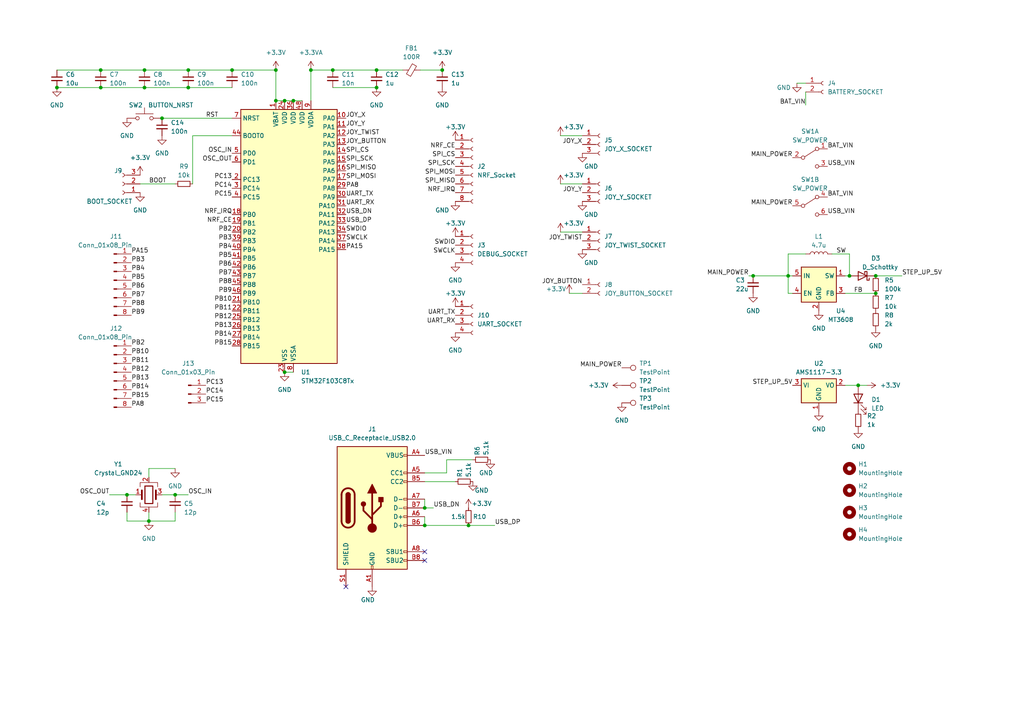
<source format=kicad_sch>
(kicad_sch (version 20230121) (generator eeschema)
  (paper "A4")
  (lib_symbols
    (symbol "Connector:Conn_01x02_Socket" (pin_names (offset 1.016) hide)
      (property "Reference" "J" (at 0 2.54 0))
      (property "Value" "Conn_01x02_Socket" (at 0 -5.08 0))
      (symbol "Conn_01x02_Socket_1_1"
        (arc (start 0 -2.032) (mid -0.5058 -2.54) (end 0 -3.048) (stroke (width 0.1524)))
        (polyline (pts (xy -1.27 -2.54) (xy -0.508 -2.54)) (stroke (width 0.1524)))
        (polyline (pts (xy -1.27 0) (xy -0.508 0)) (stroke (width 0.1524)))
        (arc (start 0 0.508) (mid -0.5058 0) (end 0 -0.508) (stroke (width 0.1524)))
        (pin passive line (at -5.08 0 0) (length 3.81) (name "Pin_1") (number "1"))
        (pin passive line (at -5.08 -2.54 0) (length 3.81) (name "Pin_2") (number "2"))
      )
    )
    (symbol "Connector:Conn_01x03_Pin" (pin_names (offset 1.016) hide)
      (property "Reference" "J" (at 0 5.08 0))
      (property "Value" "Conn_01x03_Pin" (at 0 -5.08 0))
      (symbol "Conn_01x03_Pin_1_1"
        (polyline (pts (xy 1.27 -2.54) (xy 0.8636 -2.54)) (stroke (width 0.1524)))
        (polyline (pts (xy 1.27 0) (xy 0.8636 0)) (stroke (width 0.1524)))
        (polyline (pts (xy 1.27 2.54) (xy 0.8636 2.54)) (stroke (width 0.1524)))
        (rectangle (start 0.8636 -2.413) (end 0 -2.667) (stroke (width 0.1524)) (fill (type outline)))
        (rectangle (start 0.8636 0.127) (end 0 -0.127) (stroke (width 0.1524)) (fill (type outline)))
        (rectangle (start 0.8636 2.667) (end 0 2.413) (stroke (width 0.1524)) (fill (type outline)))
        (pin passive line (at 5.08 2.54 180) (length 3.81) (name "Pin_1") (number "1"))
        (pin passive line (at 5.08 0 180) (length 3.81) (name "Pin_2") (number "2"))
        (pin passive line (at 5.08 -2.54 180) (length 3.81) (name "Pin_3") (number "3"))
      )
    )
    (symbol "Connector:Conn_01x03_Socket" (pin_names (offset 1.016) hide)
      (property "Reference" "J" (at 0 5.08 0))
      (property "Value" "Conn_01x03_Socket" (at 0 -5.08 0))
      (symbol "Conn_01x03_Socket_1_1"
        (arc (start 0 -2.032) (mid -0.5058 -2.54) (end 0 -3.048) (stroke (width 0.1524)))
        (polyline (pts (xy -1.27 -2.54) (xy -0.508 -2.54)) (stroke (width 0.1524)))
        (polyline (pts (xy -1.27 0) (xy -0.508 0)) (stroke (width 0.1524)))
        (polyline (pts (xy -1.27 2.54) (xy -0.508 2.54)) (stroke (width 0.1524)))
        (arc (start 0 0.508) (mid -0.5058 0) (end 0 -0.508) (stroke (width 0.1524)))
        (arc (start 0 3.048) (mid -0.5058 2.54) (end 0 2.032) (stroke (width 0.1524)))
        (pin passive line (at -5.08 2.54 0) (length 3.81) (name "Pin_1") (number "1"))
        (pin passive line (at -5.08 0 0) (length 3.81) (name "Pin_2") (number "2"))
        (pin passive line (at -5.08 -2.54 0) (length 3.81) (name "Pin_3") (number "3"))
      )
    )
    (symbol "Connector:Conn_01x04_Socket" (pin_names (offset 1.016) hide)
      (property "Reference" "J" (at 0 5.08 0))
      (property "Value" "Conn_01x04_Socket" (at 0 -7.62 0))
      (symbol "Conn_01x04_Socket_1_1"
        (arc (start 0 -4.572) (mid -0.5058 -5.08) (end 0 -5.588) (stroke (width 0.1524)))
        (arc (start 0 -2.032) (mid -0.5058 -2.54) (end 0 -3.048) (stroke (width 0.1524)))
        (polyline (pts (xy -1.27 -5.08) (xy -0.508 -5.08)) (stroke (width 0.1524)))
        (polyline (pts (xy -1.27 -2.54) (xy -0.508 -2.54)) (stroke (width 0.1524)))
        (polyline (pts (xy -1.27 0) (xy -0.508 0)) (stroke (width 0.1524)))
        (polyline (pts (xy -1.27 2.54) (xy -0.508 2.54)) (stroke (width 0.1524)))
        (arc (start 0 0.508) (mid -0.5058 0) (end 0 -0.508) (stroke (width 0.1524)))
        (arc (start 0 3.048) (mid -0.5058 2.54) (end 0 2.032) (stroke (width 0.1524)))
        (pin passive line (at -5.08 2.54 0) (length 3.81) (name "Pin_1") (number "1"))
        (pin passive line (at -5.08 0 0) (length 3.81) (name "Pin_2") (number "2"))
        (pin passive line (at -5.08 -2.54 0) (length 3.81) (name "Pin_3") (number "3"))
        (pin passive line (at -5.08 -5.08 0) (length 3.81) (name "Pin_4") (number "4"))
      )
    )
    (symbol "Connector:Conn_01x08_Pin" (pin_names (offset 1.016) hide)
      (property "Reference" "J" (at 0 10.16 0))
      (property "Value" "Conn_01x08_Pin" (at 0 -12.7 0))
      (symbol "Conn_01x08_Pin_1_1"
        (polyline (pts (xy 1.27 -10.16) (xy 0.8636 -10.16)) (stroke (width 0.1524)))
        (polyline (pts (xy 1.27 -7.62) (xy 0.8636 -7.62)) (stroke (width 0.1524)))
        (polyline (pts (xy 1.27 -5.08) (xy 0.8636 -5.08)) (stroke (width 0.1524)))
        (polyline (pts (xy 1.27 -2.54) (xy 0.8636 -2.54)) (stroke (width 0.1524)))
        (polyline (pts (xy 1.27 0) (xy 0.8636 0)) (stroke (width 0.1524)))
        (polyline (pts (xy 1.27 2.54) (xy 0.8636 2.54)) (stroke (width 0.1524)))
        (polyline (pts (xy 1.27 5.08) (xy 0.8636 5.08)) (stroke (width 0.1524)))
        (polyline (pts (xy 1.27 7.62) (xy 0.8636 7.62)) (stroke (width 0.1524)))
        (rectangle (start 0.8636 -10.033) (end 0 -10.287) (stroke (width 0.1524)) (fill (type outline)))
        (rectangle (start 0.8636 -7.493) (end 0 -7.747) (stroke (width 0.1524)) (fill (type outline)))
        (rectangle (start 0.8636 -4.953) (end 0 -5.207) (stroke (width 0.1524)) (fill (type outline)))
        (rectangle (start 0.8636 -2.413) (end 0 -2.667) (stroke (width 0.1524)) (fill (type outline)))
        (rectangle (start 0.8636 0.127) (end 0 -0.127) (stroke (width 0.1524)) (fill (type outline)))
        (rectangle (start 0.8636 2.667) (end 0 2.413) (stroke (width 0.1524)) (fill (type outline)))
        (rectangle (start 0.8636 5.207) (end 0 4.953) (stroke (width 0.1524)) (fill (type outline)))
        (rectangle (start 0.8636 7.747) (end 0 7.493) (stroke (width 0.1524)) (fill (type outline)))
        (pin passive line (at 5.08 7.62 180) (length 3.81) (name "Pin_1") (number "1"))
        (pin passive line (at 5.08 5.08 180) (length 3.81) (name "Pin_2") (number "2"))
        (pin passive line (at 5.08 2.54 180) (length 3.81) (name "Pin_3") (number "3"))
        (pin passive line (at 5.08 0 180) (length 3.81) (name "Pin_4") (number "4"))
        (pin passive line (at 5.08 -2.54 180) (length 3.81) (name "Pin_5") (number "5"))
        (pin passive line (at 5.08 -5.08 180) (length 3.81) (name "Pin_6") (number "6"))
        (pin passive line (at 5.08 -7.62 180) (length 3.81) (name "Pin_7") (number "7"))
        (pin passive line (at 5.08 -10.16 180) (length 3.81) (name "Pin_8") (number "8"))
      )
    )
    (symbol "Connector:Conn_01x08_Socket" (pin_names (offset 1.016) hide)
      (property "Reference" "J" (at 0 10.16 0))
      (property "Value" "Conn_01x08_Socket" (at 0 -12.7 0))
      (symbol "Conn_01x08_Socket_1_1"
        (arc (start 0 -9.652) (mid -0.5058 -10.16) (end 0 -10.668) (stroke (width 0.1524)))
        (arc (start 0 -7.112) (mid -0.5058 -7.62) (end 0 -8.128) (stroke (width 0.1524)))
        (arc (start 0 -4.572) (mid -0.5058 -5.08) (end 0 -5.588) (stroke (width 0.1524)))
        (arc (start 0 -2.032) (mid -0.5058 -2.54) (end 0 -3.048) (stroke (width 0.1524)))
        (polyline (pts (xy -1.27 -10.16) (xy -0.508 -10.16)) (stroke (width 0.1524)))
        (polyline (pts (xy -1.27 -7.62) (xy -0.508 -7.62)) (stroke (width 0.1524)))
        (polyline (pts (xy -1.27 -5.08) (xy -0.508 -5.08)) (stroke (width 0.1524)))
        (polyline (pts (xy -1.27 -2.54) (xy -0.508 -2.54)) (stroke (width 0.1524)))
        (polyline (pts (xy -1.27 0) (xy -0.508 0)) (stroke (width 0.1524)))
        (polyline (pts (xy -1.27 2.54) (xy -0.508 2.54)) (stroke (width 0.1524)))
        (polyline (pts (xy -1.27 5.08) (xy -0.508 5.08)) (stroke (width 0.1524)))
        (polyline (pts (xy -1.27 7.62) (xy -0.508 7.62)) (stroke (width 0.1524)))
        (arc (start 0 0.508) (mid -0.5058 0) (end 0 -0.508) (stroke (width 0.1524)))
        (arc (start 0 3.048) (mid -0.5058 2.54) (end 0 2.032) (stroke (width 0.1524)))
        (arc (start 0 5.588) (mid -0.5058 5.08) (end 0 4.572) (stroke (width 0.1524)))
        (arc (start 0 8.128) (mid -0.5058 7.62) (end 0 7.112) (stroke (width 0.1524)))
        (pin passive line (at -5.08 7.62 0) (length 3.81) (name "Pin_1") (number "1"))
        (pin passive line (at -5.08 5.08 0) (length 3.81) (name "Pin_2") (number "2"))
        (pin passive line (at -5.08 2.54 0) (length 3.81) (name "Pin_3") (number "3"))
        (pin passive line (at -5.08 0 0) (length 3.81) (name "Pin_4") (number "4"))
        (pin passive line (at -5.08 -2.54 0) (length 3.81) (name "Pin_5") (number "5"))
        (pin passive line (at -5.08 -5.08 0) (length 3.81) (name "Pin_6") (number "6"))
        (pin passive line (at -5.08 -7.62 0) (length 3.81) (name "Pin_7") (number "7"))
        (pin passive line (at -5.08 -10.16 0) (length 3.81) (name "Pin_8") (number "8"))
      )
    )
    (symbol "Connector:TestPoint" (pin_numbers hide) (pin_names (offset 0.762) hide)
      (property "Reference" "TP" (at 0 6.858 0))
      (property "Value" "TestPoint" (at 0 5.08 0))
      (symbol "TestPoint_0_1"
        (circle (center 0 3.302) (radius 0.762))
      )
      (symbol "TestPoint_1_1"
        (pin passive line (at 0 0 90) (length 2.54) (name "1") (number "1"))
      )
    )
    (symbol "Connector:USB_C_Receptacle_USB2.0" (pin_names (offset 1.016))
      (property "Reference" "J" (at -10.16 19.05 0))
      (property "Value" "USB_C_Receptacle_USB2.0" (at 19.05 19.05 0))
      (symbol "USB_C_Receptacle_USB2.0_0_0"
        (rectangle (start -0.254 -17.78) (end 0.254 -16.764))
        (rectangle (start 10.16 -14.986) (end 9.144 -15.494))
        (rectangle (start 10.16 -12.446) (end 9.144 -12.954))
        (rectangle (start 10.16 -4.826) (end 9.144 -5.334))
        (rectangle (start 10.16 -2.286) (end 9.144 -2.794))
        (rectangle (start 10.16 0.254) (end 9.144 -0.254))
        (rectangle (start 10.16 2.794) (end 9.144 2.286))
        (rectangle (start 10.16 7.874) (end 9.144 7.366))
        (rectangle (start 10.16 10.414) (end 9.144 9.906))
        (rectangle (start 10.16 15.494) (end 9.144 14.986))
      )
      (symbol "USB_C_Receptacle_USB2.0_0_1"
        (rectangle (start -10.16 17.78) (end 10.16 -17.78) (stroke (width 0.254)) (fill (type background)))
        (arc (start -8.89 -3.81) (mid -6.985 -5.7067) (end -5.08 -3.81) (stroke (width 0.508)))
        (arc (start -7.62 -3.81) (mid -6.985 -4.4423) (end -6.35 -3.81) (stroke (width 0.254)))
        (arc (start -7.62 -3.81) (mid -6.985 -4.4423) (end -6.35 -3.81) (stroke (width 0.254)) (fill (type outline)))
        (rectangle (start -7.62 -3.81) (end -6.35 3.81) (stroke (width 0.254)) (fill (type outline)))
        (arc (start -6.35 3.81) (mid -6.985 4.4423) (end -7.62 3.81) (stroke (width 0.254)))
        (arc (start -6.35 3.81) (mid -6.985 4.4423) (end -7.62 3.81) (stroke (width 0.254)) (fill (type outline)))
        (arc (start -5.08 3.81) (mid -6.985 5.7067) (end -8.89 3.81) (stroke (width 0.508)))
        (circle (center -2.54 1.143) (radius 0.635) (stroke (width 0.254)) (fill (type outline)))
        (circle (center 0 -5.842) (radius 1.27) (fill (type outline)))
        (polyline (pts (xy -8.89 -3.81) (xy -8.89 3.81)) (stroke (width 0.508)))
        (polyline (pts (xy -5.08 3.81) (xy -5.08 -3.81)) (stroke (width 0.508)))
        (polyline (pts (xy 0 -5.842) (xy 0 4.318)) (stroke (width 0.508)))
        (polyline (pts (xy 0 -3.302) (xy -2.54 -0.762) (xy -2.54 0.508)) (stroke (width 0.508)))
        (polyline (pts (xy 0 -2.032) (xy 2.54 0.508) (xy 2.54 1.778)) (stroke (width 0.508)))
        (polyline (pts (xy -1.27 4.318) (xy 0 6.858) (xy 1.27 4.318) (xy -1.27 4.318)) (stroke (width 0.254)) (fill (type outline)))
        (rectangle (start 1.905 1.778) (end 3.175 3.048) (stroke (width 0.254)) (fill (type outline)))
      )
      (symbol "USB_C_Receptacle_USB2.0_1_1"
        (pin passive line (at 0 -22.86 90) (length 5.08) (name "GND") (number "A1"))
        (pin passive line (at 0 -22.86 90) (length 5.08) hide (name "GND") (number "A12"))
        (pin passive line (at 15.24 15.24 180) (length 5.08) (name "VBUS") (number "A4"))
        (pin bidirectional line (at 15.24 10.16 180) (length 5.08) (name "CC1") (number "A5"))
        (pin bidirectional line (at 15.24 -2.54 180) (length 5.08) (name "D+") (number "A6"))
        (pin bidirectional line (at 15.24 2.54 180) (length 5.08) (name "D-") (number "A7"))
        (pin bidirectional line (at 15.24 -12.7 180) (length 5.08) (name "SBU1") (number "A8"))
        (pin passive line (at 15.24 15.24 180) (length 5.08) hide (name "VBUS") (number "A9"))
        (pin passive line (at 0 -22.86 90) (length 5.08) hide (name "GND") (number "B1"))
        (pin passive line (at 0 -22.86 90) (length 5.08) hide (name "GND") (number "B12"))
        (pin passive line (at 15.24 15.24 180) (length 5.08) hide (name "VBUS") (number "B4"))
        (pin bidirectional line (at 15.24 7.62 180) (length 5.08) (name "CC2") (number "B5"))
        (pin bidirectional line (at 15.24 -5.08 180) (length 5.08) (name "D+") (number "B6"))
        (pin bidirectional line (at 15.24 0 180) (length 5.08) (name "D-") (number "B7"))
        (pin bidirectional line (at 15.24 -15.24 180) (length 5.08) (name "SBU2") (number "B8"))
        (pin passive line (at 15.24 15.24 180) (length 5.08) hide (name "VBUS") (number "B9"))
        (pin passive line (at -7.62 -22.86 90) (length 5.08) (name "SHIELD") (number "S1"))
      )
    )
    (symbol "Device:C_Small" (pin_numbers hide) (pin_names (offset 0.254) hide)
      (property "Reference" "C" (at 0.254 1.778 0))
      (property "Value" "C_Small" (at 0.254 -2.032 0))
      (symbol "C_Small_0_1"
        (polyline (pts (xy -1.524 -0.508) (xy 1.524 -0.508)) (stroke (width 0.3302)))
        (polyline (pts (xy -1.524 0.508) (xy 1.524 0.508)) (stroke (width 0.3048)))
      )
      (symbol "C_Small_1_1"
        (pin passive line (at 0 2.54 270) (length 2.032) (name "~") (number "1"))
        (pin passive line (at 0 -2.54 90) (length 2.032) (name "~") (number "2"))
      )
    )
    (symbol "Device:Crystal_GND24" (pin_names (offset 1.016) hide)
      (property "Reference" "Y" (at 3.175 5.08 0))
      (property "Value" "Crystal_GND24" (at 3.175 3.175 0))
      (symbol "Crystal_GND24_0_1"
        (rectangle (start -1.143 2.54) (end 1.143 -2.54) (stroke (width 0.3048)))
        (polyline (pts (xy -2.54 0) (xy -2.032 0)))
        (polyline (pts (xy -2.032 -1.27) (xy -2.032 1.27)) (stroke (width 0.508)))
        (polyline (pts (xy 0 -3.81) (xy 0 -3.556)))
        (polyline (pts (xy 0 3.556) (xy 0 3.81)))
        (polyline (pts (xy 2.032 -1.27) (xy 2.032 1.27)) (stroke (width 0.508)))
        (polyline (pts (xy 2.032 0) (xy 2.54 0)))
        (polyline (pts (xy -2.54 -2.286) (xy -2.54 -3.556) (xy 2.54 -3.556) (xy 2.54 -2.286)))
        (polyline (pts (xy -2.54 2.286) (xy -2.54 3.556) (xy 2.54 3.556) (xy 2.54 2.286)))
      )
      (symbol "Crystal_GND24_1_1"
        (pin passive line (at -3.81 0 0) (length 1.27) (name "1") (number "1"))
        (pin passive line (at 0 5.08 270) (length 1.27) (name "2") (number "2"))
        (pin passive line (at 3.81 0 180) (length 1.27) (name "3") (number "3"))
        (pin passive line (at 0 -5.08 90) (length 1.27) (name "4") (number "4"))
      )
    )
    (symbol "Device:D_Schottky" (pin_numbers hide) (pin_names (offset 1.016) hide)
      (property "Reference" "D" (at 0 2.54 0))
      (property "Value" "D_Schottky" (at 0 -2.54 0))
      (symbol "D_Schottky_0_1"
        (polyline (pts (xy 1.27 0) (xy -1.27 0)))
        (polyline (pts (xy 1.27 1.27) (xy 1.27 -1.27) (xy -1.27 0) (xy 1.27 1.27)) (stroke (width 0.254)))
        (polyline (pts (xy -1.905 0.635) (xy -1.905 1.27) (xy -1.27 1.27) (xy -1.27 -1.27) (xy -0.635 -1.27) (xy -0.635 -0.635)) (stroke (width 0.254)))
      )
      (symbol "D_Schottky_1_1"
        (pin passive line (at -3.81 0 0) (length 2.54) (name "K") (number "1"))
        (pin passive line (at 3.81 0 180) (length 2.54) (name "A") (number "2"))
      )
    )
    (symbol "Device:FerriteBead_Small" (pin_numbers hide) (pin_names (offset 0))
      (property "Reference" "FB" (at 1.905 1.27 0))
      (property "Value" "FerriteBead_Small" (at 1.905 -1.27 0))
      (symbol "FerriteBead_Small_0_1"
        (polyline (pts (xy 0 -1.27) (xy 0 -0.7874)))
        (polyline (pts (xy 0 0.889) (xy 0 1.2954)))
        (polyline (pts (xy -1.8288 0.2794) (xy -1.1176 1.4986) (xy 1.8288 -0.2032) (xy 1.1176 -1.4224) (xy -1.8288 0.2794)))
      )
      (symbol "FerriteBead_Small_1_1"
        (pin passive line (at 0 2.54 270) (length 1.27) (name "~") (number "1"))
        (pin passive line (at 0 -2.54 90) (length 1.27) (name "~") (number "2"))
      )
    )
    (symbol "Device:L" (pin_numbers hide) (pin_names (offset 1.016) hide)
      (property "Reference" "L" (at -1.27 0 90))
      (property "Value" "L" (at 1.905 0 90))
      (symbol "L_0_1"
        (arc (start 0 -2.54) (mid 0.6323 -1.905) (end 0 -1.27))
        (arc (start 0 -1.27) (mid 0.6323 -0.635) (end 0 0))
        (arc (start 0 0) (mid 0.6323 0.635) (end 0 1.27))
        (arc (start 0 1.27) (mid 0.6323 1.905) (end 0 2.54))
      )
      (symbol "L_1_1"
        (pin passive line (at 0 3.81 270) (length 1.27) (name "1") (number "1"))
        (pin passive line (at 0 -3.81 90) (length 1.27) (name "2") (number "2"))
      )
    )
    (symbol "Device:LED" (pin_numbers hide) (pin_names (offset 1.016) hide)
      (property "Reference" "D" (at 0 2.54 0))
      (property "Value" "LED" (at 0 -2.54 0))
      (symbol "LED_0_1"
        (polyline (pts (xy -1.27 -1.27) (xy -1.27 1.27)) (stroke (width 0.254)))
        (polyline (pts (xy -1.27 0) (xy 1.27 0)))
        (polyline (pts (xy 1.27 -1.27) (xy 1.27 1.27) (xy -1.27 0) (xy 1.27 -1.27)) (stroke (width 0.254)))
        (polyline (pts (xy -3.048 -0.762) (xy -4.572 -2.286) (xy -3.81 -2.286) (xy -4.572 -2.286) (xy -4.572 -1.524)))
        (polyline (pts (xy -1.778 -0.762) (xy -3.302 -2.286) (xy -2.54 -2.286) (xy -3.302 -2.286) (xy -3.302 -1.524)))
      )
      (symbol "LED_1_1"
        (pin passive line (at -3.81 0 0) (length 2.54) (name "K") (number "1"))
        (pin passive line (at 3.81 0 180) (length 2.54) (name "A") (number "2"))
      )
    )
    (symbol "Device:R_Small" (pin_numbers hide) (pin_names (offset 0.254) hide)
      (property "Reference" "R" (at 0.762 0.508 0))
      (property "Value" "R_Small" (at 0.762 -1.016 0))
      (symbol "R_Small_0_1"
        (rectangle (start -0.762 1.778) (end 0.762 -1.778) (stroke (width 0.2032)))
      )
      (symbol "R_Small_1_1"
        (pin passive line (at 0 2.54 270) (length 0.762) (name "~") (number "1"))
        (pin passive line (at 0 -2.54 90) (length 0.762) (name "~") (number "2"))
      )
    )
    (symbol "MCU_ST_STM32F1:STM32F103C8Tx"
      (property "Reference" "U" (at -12.7 39.37 0))
      (property "Value" "STM32F103C8Tx" (at 10.16 39.37 0))
      (symbol "STM32F103C8Tx_0_1"
        (rectangle (start -12.7 -35.56) (end 15.24 38.1) (stroke (width 0.254)) (fill (type background)))
      )
      (symbol "STM32F103C8Tx_1_1"
        (pin power_in line (at -2.54 40.64 270) (length 2.54) (name "VBAT") (number "1"))
        (pin bidirectional line (at 17.78 35.56 180) (length 2.54) (name "PA0") (number "10"))
        (pin bidirectional line (at 17.78 33.02 180) (length 2.54) (name "PA1") (number "11"))
        (pin bidirectional line (at 17.78 30.48 180) (length 2.54) (name "PA2") (number "12"))
        (pin bidirectional line (at 17.78 27.94 180) (length 2.54) (name "PA3") (number "13"))
        (pin bidirectional line (at 17.78 25.4 180) (length 2.54) (name "PA4") (number "14"))
        (pin bidirectional line (at 17.78 22.86 180) (length 2.54) (name "PA5") (number "15"))
        (pin bidirectional line (at 17.78 20.32 180) (length 2.54) (name "PA6") (number "16"))
        (pin bidirectional line (at 17.78 17.78 180) (length 2.54) (name "PA7") (number "17"))
        (pin bidirectional line (at -15.24 7.62 0) (length 2.54) (name "PB0") (number "18"))
        (pin bidirectional line (at -15.24 5.08 0) (length 2.54) (name "PB1") (number "19"))
        (pin bidirectional line (at -15.24 17.78 0) (length 2.54) (name "PC13") (number "2"))
        (pin bidirectional line (at -15.24 2.54 0) (length 2.54) (name "PB2") (number "20"))
        (pin bidirectional line (at -15.24 -17.78 0) (length 2.54) (name "PB10") (number "21"))
        (pin bidirectional line (at -15.24 -20.32 0) (length 2.54) (name "PB11") (number "22"))
        (pin power_in line (at 0 -38.1 90) (length 2.54) (name "VSS") (number "23"))
        (pin power_in line (at 0 40.64 270) (length 2.54) (name "VDD") (number "24"))
        (pin bidirectional line (at -15.24 -22.86 0) (length 2.54) (name "PB12") (number "25"))
        (pin bidirectional line (at -15.24 -25.4 0) (length 2.54) (name "PB13") (number "26"))
        (pin bidirectional line (at -15.24 -27.94 0) (length 2.54) (name "PB14") (number "27"))
        (pin bidirectional line (at -15.24 -30.48 0) (length 2.54) (name "PB15") (number "28"))
        (pin bidirectional line (at 17.78 15.24 180) (length 2.54) (name "PA8") (number "29"))
        (pin bidirectional line (at -15.24 15.24 0) (length 2.54) (name "PC14") (number "3"))
        (pin bidirectional line (at 17.78 12.7 180) (length 2.54) (name "PA9") (number "30"))
        (pin bidirectional line (at 17.78 10.16 180) (length 2.54) (name "PA10") (number "31"))
        (pin bidirectional line (at 17.78 7.62 180) (length 2.54) (name "PA11") (number "32"))
        (pin bidirectional line (at 17.78 5.08 180) (length 2.54) (name "PA12") (number "33"))
        (pin bidirectional line (at 17.78 2.54 180) (length 2.54) (name "PA13") (number "34"))
        (pin passive line (at 0 -38.1 90) (length 2.54) hide (name "VSS") (number "35"))
        (pin power_in line (at 2.54 40.64 270) (length 2.54) (name "VDD") (number "36"))
        (pin bidirectional line (at 17.78 0 180) (length 2.54) (name "PA14") (number "37"))
        (pin bidirectional line (at 17.78 -2.54 180) (length 2.54) (name "PA15") (number "38"))
        (pin bidirectional line (at -15.24 0 0) (length 2.54) (name "PB3") (number "39"))
        (pin bidirectional line (at -15.24 12.7 0) (length 2.54) (name "PC15") (number "4"))
        (pin bidirectional line (at -15.24 -2.54 0) (length 2.54) (name "PB4") (number "40"))
        (pin bidirectional line (at -15.24 -5.08 0) (length 2.54) (name "PB5") (number "41"))
        (pin bidirectional line (at -15.24 -7.62 0) (length 2.54) (name "PB6") (number "42"))
        (pin bidirectional line (at -15.24 -10.16 0) (length 2.54) (name "PB7") (number "43"))
        (pin input line (at -15.24 30.48 0) (length 2.54) (name "BOOT0") (number "44"))
        (pin bidirectional line (at -15.24 -12.7 0) (length 2.54) (name "PB8") (number "45"))
        (pin bidirectional line (at -15.24 -15.24 0) (length 2.54) (name "PB9") (number "46"))
        (pin passive line (at 0 -38.1 90) (length 2.54) hide (name "VSS") (number "47"))
        (pin power_in line (at 5.08 40.64 270) (length 2.54) (name "VDD") (number "48"))
        (pin bidirectional line (at -15.24 25.4 0) (length 2.54) (name "PD0") (number "5"))
        (pin bidirectional line (at -15.24 22.86 0) (length 2.54) (name "PD1") (number "6"))
        (pin input line (at -15.24 35.56 0) (length 2.54) (name "NRST") (number "7"))
        (pin power_in line (at 2.54 -38.1 90) (length 2.54) (name "VSSA") (number "8"))
        (pin power_in line (at 7.62 40.64 270) (length 2.54) (name "VDDA") (number "9"))
      )
    )
    (symbol "Mechanical:MountingHole" (pin_names (offset 1.016))
      (property "Reference" "H" (at 0 5.08 0))
      (property "Value" "MountingHole" (at 0 3.175 0))
      (symbol "MountingHole_0_1"
        (circle (center 0 0) (radius 1.27) (stroke (width 1.27)))
      )
    )
    (symbol "Regulator_Linear:AMS1117-3.3"
      (property "Reference" "U" (at -3.81 3.175 0))
      (property "Value" "AMS1117-3.3" (at 0 3.175 0))
      (symbol "AMS1117-3.3_0_1"
        (rectangle (start -5.08 -5.08) (end 5.08 1.905) (stroke (width 0.254)) (fill (type background)))
      )
      (symbol "AMS1117-3.3_1_1"
        (pin power_in line (at 0 -7.62 90) (length 2.54) (name "GND") (number "1"))
        (pin power_out line (at 7.62 0 180) (length 2.54) (name "VO") (number "2"))
        (pin power_in line (at -7.62 0 0) (length 2.54) (name "VI") (number "3"))
      )
    )
    (symbol "Regulator_Switching:MT3608"
      (property "Reference" "U" (at -2.54 8.89 0))
      (property "Value" "MT3608" (at -3.81 6.35 0))
      (symbol "MT3608_0_1"
        (rectangle (start -5.08 5.08) (end 5.08 -5.08) (stroke (width 0.254)) (fill (type background)))
      )
      (symbol "MT3608_1_1"
        (pin passive line (at 7.62 2.54 180) (length 2.54) (name "SW") (number "1"))
        (pin power_in line (at 0 -7.62 90) (length 2.54) (name "GND") (number "2"))
        (pin input line (at 7.62 -2.54 180) (length 2.54) (name "FB") (number "3"))
        (pin input line (at -7.62 -2.54 0) (length 2.54) (name "EN") (number "4"))
        (pin power_in line (at -7.62 2.54 0) (length 2.54) (name "IN") (number "5"))
        (pin no_connect line (at 5.08 0 180) (length 2.54) hide (name "NC") (number "6"))
      )
    )
    (symbol "Switch:SW_DPDT_x2" (pin_names (offset 0) hide)
      (property "Reference" "SW" (at 0 4.318 0))
      (property "Value" "SW_DPDT_x2" (at 0 -5.08 0))
      (symbol "SW_DPDT_x2_0_0"
        (circle (center -2.032 0) (radius 0.508))
        (circle (center 2.032 -2.54) (radius 0.508))
      )
      (symbol "SW_DPDT_x2_0_1"
        (polyline (pts (xy -1.524 0.254) (xy 1.651 2.286)))
        (circle (center 2.032 2.54) (radius 0.508))
      )
      (symbol "SW_DPDT_x2_1_1"
        (pin passive line (at 5.08 2.54 180) (length 2.54) (name "A") (number "1"))
        (pin passive line (at -5.08 0 0) (length 2.54) (name "B") (number "2"))
        (pin passive line (at 5.08 -2.54 180) (length 2.54) (name "C") (number "3"))
      )
      (symbol "SW_DPDT_x2_2_1"
        (pin passive line (at 5.08 2.54 180) (length 2.54) (name "A") (number "4"))
        (pin passive line (at -5.08 0 0) (length 2.54) (name "B") (number "5"))
        (pin passive line (at 5.08 -2.54 180) (length 2.54) (name "C") (number "6"))
      )
    )
    (symbol "Switch:SW_Push" (pin_numbers hide) (pin_names (offset 1.016) hide)
      (property "Reference" "SW" (at 1.27 2.54 0))
      (property "Value" "SW_Push" (at 0 -1.524 0))
      (symbol "SW_Push_0_1"
        (circle (center -2.032 0) (radius 0.508))
        (polyline (pts (xy 0 1.27) (xy 0 3.048)))
        (polyline (pts (xy 2.54 1.27) (xy -2.54 1.27)))
        (circle (center 2.032 0) (radius 0.508))
        (pin passive line (at -5.08 0 0) (length 2.54) (name "1") (number "1"))
        (pin passive line (at 5.08 0 180) (length 2.54) (name "2") (number "2"))
      )
    )
    (symbol "power:+3.3V" (power) (pin_names (offset 0))
      (property "Value" "+3.3V" (at 0 3.556 0))
      (symbol "+3.3V_0_1"
        (polyline (pts (xy -0.762 1.27) (xy 0 2.54)))
        (polyline (pts (xy 0 0) (xy 0 2.54)))
        (polyline (pts (xy 0 2.54) (xy 0.762 1.27)))
      )
      (symbol "+3.3V_1_1"
        (pin power_in line (at 0 0 90) (length 0) hide (name "+3.3V") (number "1"))
      )
    )
    (symbol "power:+3.3VA" (power) (pin_names (offset 0))
      (property "Value" "+3.3VA" (at 0 3.556 0))
      (symbol "+3.3VA_0_1"
        (polyline (pts (xy -0.762 1.27) (xy 0 2.54)))
        (polyline (pts (xy 0 0) (xy 0 2.54)))
        (polyline (pts (xy 0 2.54) (xy 0.762 1.27)))
      )
      (symbol "+3.3VA_1_1"
        (pin power_in line (at 0 0 90) (length 0) hide (name "+3.3VA") (number "1"))
      )
    )
    (symbol "power:GND" (power) (pin_names (offset 0))
      (property "Value" "GND" (at 0 -3.81 0))
      (symbol "GND_0_1"
        (polyline (pts (xy 0 0) (xy 0 -1.27) (xy 1.27 -1.27) (xy 0 -2.54) (xy -1.27 -1.27) (xy 0 -1.27)))
      )
      (symbol "GND_1_1"
        (pin power_in line (at 0 0 270) (length 0) hide (name "GND") (number "1"))
      )
    )
  )
  (junction (at 254 85.09))
  (junction (at 80.01 29.21))
  (junction (at 96.52 20.32))
  (junction (at 123.19 152.4))
  (junction (at 218.44 80.01))
  (junction (at 254 80.01))
  (junction (at 54.61 25.4))
  (junction (at 109.22 20.32))
  (junction (at 43.18 151.13))
  (junction (at 128.27 20.32))
  (junction (at 46.99 34.29))
  (junction (at 16.51 25.4))
  (junction (at 246.38 80.01))
  (junction (at 228.6 80.01))
  (junction (at 135.89 152.4))
  (junction (at 80.01 20.32))
  (junction (at 29.21 25.4))
  (junction (at 29.21 20.32))
  (junction (at 82.55 107.95))
  (junction (at 82.55 29.21))
  (junction (at 41.91 20.32))
  (junction (at 85.09 29.21))
  (junction (at 109.22 25.4))
  (junction (at 36.83 143.51))
  (junction (at 90.17 20.32))
  (junction (at 54.61 20.32))
  (junction (at 248.92 111.76))
  (junction (at 67.31 20.32))
  (junction (at 41.91 25.4))
  (junction (at 50.8 143.51))
  (junction (at 123.19 147.32))
  (no_connect (at 123.19 160.02))
  (no_connect (at 100.33 170.18))
  (no_connect (at 123.19 162.56))
  (wire (pts (xy 36.83 148.59) (xy 36.83 151.13)))
  (wire (pts (xy 54.61 20.32) (xy 67.31 20.32)))
  (wire (pts (xy 233.68 73.66) (xy 228.6 73.66)))
  (wire (pts (xy 123.19 147.32) (xy 125.73 147.32)))
  (wire (pts (xy 123.19 139.7) (xy 132.08 139.7)))
  (wire (pts (xy 80.01 29.21) (xy 80.01 20.32)))
  (wire (pts (xy 41.91 20.32) (xy 54.61 20.32)))
  (wire (pts (xy 251.46 111.76) (xy 248.92 111.76)))
  (wire (pts (xy 16.51 20.32) (xy 29.21 20.32)))
  (wire (pts (xy 46.99 34.29) (xy 67.31 34.29)))
  (wire (pts (xy 96.52 20.32) (xy 109.22 20.32)))
  (wire (pts (xy 229.87 85.09) (xy 228.6 85.09)))
  (wire (pts (xy 43.18 138.43) (xy 43.18 135.89)))
  (wire (pts (xy 67.31 39.37) (xy 55.88 39.37)))
  (wire (pts (xy 50.8 151.13) (xy 43.18 151.13)))
  (wire (pts (xy 29.21 25.4) (xy 41.91 25.4)))
  (wire (pts (xy 31.75 143.51) (xy 36.83 143.51)))
  (wire (pts (xy 43.18 135.89) (xy 50.8 135.89)))
  (wire (pts (xy 123.19 137.16) (xy 129.54 137.16)))
  (wire (pts (xy 231.14 24.13) (xy 233.68 24.13)))
  (wire (pts (xy 82.55 29.21) (xy 80.01 29.21)))
  (wire (pts (xy 41.91 25.4) (xy 54.61 25.4)))
  (wire (pts (xy 67.31 20.32) (xy 80.01 20.32)))
  (wire (pts (xy 123.19 149.86) (xy 123.19 152.4)))
  (wire (pts (xy 246.38 73.66) (xy 246.38 80.01)))
  (wire (pts (xy 87.63 29.21) (xy 85.09 29.21)))
  (wire (pts (xy 246.38 80.01) (xy 245.11 80.01)))
  (wire (pts (xy 36.83 143.51) (xy 39.37 143.51)))
  (wire (pts (xy 85.09 29.21) (xy 82.55 29.21)))
  (wire (pts (xy 162.56 39.37) (xy 168.91 39.37)))
  (wire (pts (xy 218.44 80.01) (xy 228.6 80.01)))
  (wire (pts (xy 82.55 107.95) (xy 85.09 107.95)))
  (wire (pts (xy 245.11 85.09) (xy 254 85.09)))
  (wire (pts (xy 228.6 73.66) (xy 228.6 80.01)))
  (wire (pts (xy 96.52 20.32) (xy 90.17 20.32)))
  (wire (pts (xy 96.52 25.4) (xy 109.22 25.4)))
  (wire (pts (xy 123.19 144.78) (xy 123.19 147.32)))
  (wire (pts (xy 228.6 85.09) (xy 228.6 80.01)))
  (wire (pts (xy 129.54 133.35) (xy 137.16 133.35)))
  (wire (pts (xy 46.99 143.51) (xy 50.8 143.51)))
  (wire (pts (xy 241.3 73.66) (xy 246.38 73.66)))
  (wire (pts (xy 54.61 25.4) (xy 67.31 25.4)))
  (wire (pts (xy 248.92 111.76) (xy 245.11 111.76)))
  (wire (pts (xy 43.18 148.59) (xy 43.18 151.13)))
  (wire (pts (xy 162.56 67.31) (xy 168.91 67.31)))
  (wire (pts (xy 254 80.01) (xy 261.62 80.01)))
  (wire (pts (xy 233.68 26.67) (xy 233.68 30.48)))
  (wire (pts (xy 217.17 80.01) (xy 218.44 80.01)))
  (wire (pts (xy 165.1 85.09) (xy 168.91 85.09)))
  (wire (pts (xy 50.8 148.59) (xy 50.8 151.13)))
  (wire (pts (xy 29.21 20.32) (xy 41.91 20.32)))
  (wire (pts (xy 16.51 25.4) (xy 29.21 25.4)))
  (wire (pts (xy 123.19 152.4) (xy 135.89 152.4)))
  (wire (pts (xy 228.6 80.01) (xy 229.87 80.01)))
  (wire (pts (xy 90.17 20.32) (xy 90.17 29.21)))
  (wire (pts (xy 55.88 39.37) (xy 55.88 53.34)))
  (wire (pts (xy 109.22 20.32) (xy 116.84 20.32)))
  (wire (pts (xy 121.92 20.32) (xy 128.27 20.32)))
  (wire (pts (xy 40.64 53.34) (xy 50.8 53.34)))
  (wire (pts (xy 129.54 137.16) (xy 129.54 133.35)))
  (wire (pts (xy 50.8 143.51) (xy 54.61 143.51)))
  (wire (pts (xy 36.83 151.13) (xy 43.18 151.13)))
  (wire (pts (xy 162.56 53.34) (xy 168.91 53.34)))
  (wire (pts (xy 135.89 152.4) (xy 143.51 152.4)))
  (label "JOY_BUTTON" (at 100.33 41.91 0))
  (label "PB8" (at 67.31 82.55 180))
  (label "PC15" (at 59.69 116.84 0))
  (label "JOY_Y" (at 168.91 55.88 180))
  (label "PB13" (at 67.31 95.25 180))
  (label "SPI_MISO" (at 100.33 49.53 0))
  (label "PB6" (at 38.1 83.82 0))
  (label "MAIN_POWER" (at 229.87 59.69 180))
  (label "NRF_IRQ" (at 67.31 62.23 180))
  (label "PB12" (at 67.31 92.71 180))
  (label "PB11" (at 38.1 105.41 0))
  (label "PB5" (at 67.31 74.93 180))
  (label "NRF_CE" (at 132.08 43.18 180))
  (label "OSC_OUT" (at 67.31 46.99 180))
  (label "PA15" (at 100.33 72.39 0))
  (label "SPI_MOSI" (at 100.33 52.07 0))
  (label "PB3" (at 67.31 69.85 180))
  (label "PC13" (at 67.31 52.07 180))
  (label "SPI_CS" (at 132.08 45.72 180))
  (label "USB_VIN" (at 123.19 132.08 0))
  (label "PB3" (at 38.1 76.2 0))
  (label "SPI_MOSI" (at 132.08 50.8 180))
  (label "UART_RX" (at 132.08 93.98 180))
  (label "SPI_SCK" (at 132.08 48.26 180))
  (label "PC13" (at 59.69 111.76 0))
  (label "PB6" (at 67.31 77.47 180))
  (label "PB9" (at 67.31 85.09 180))
  (label "USB_DP" (at 100.33 64.77 0))
  (label "UART_RX" (at 100.33 59.69 0))
  (label "OSC_IN" (at 67.31 44.45 180))
  (label "PB12" (at 38.1 107.95 0))
  (label "PB15" (at 67.31 100.33 180))
  (label "PB8" (at 38.1 88.9 0))
  (label "USB_VIN" (at 240.03 62.23 0))
  (label "RST" (at 59.69 34.29 0))
  (label "USB_DN" (at 100.33 62.23 0))
  (label "MAIN_POWER" (at 229.87 45.72 180))
  (label "SWDIO" (at 100.33 67.31 0))
  (label "PC14" (at 67.31 54.61 180))
  (label "PB4" (at 38.1 78.74 0))
  (label "BOOT" (at 43.18 53.34 0))
  (label "NRF_CE" (at 67.31 64.77 180))
  (label "PB10" (at 38.1 102.87 0))
  (label "PB10" (at 67.31 87.63 180))
  (label "MAIN_POWER" (at 180.34 106.68 180))
  (label "SW" (at 242.57 73.66 0))
  (label "OSC_OUT" (at 31.75 143.51 180))
  (label "UART_TX" (at 132.08 91.44 180))
  (label "SWCLK" (at 132.08 73.66 180))
  (label "PC15" (at 67.31 57.15 180))
  (label "USB_DN" (at 125.73 147.32 0))
  (label "PB9" (at 38.1 91.44 0))
  (label "PC14" (at 59.69 114.3 0))
  (label "PB2" (at 38.1 100.33 0))
  (label "PB2" (at 67.31 67.31 180))
  (label "PA8" (at 100.33 54.61 0))
  (label "STEP_UP_5V" (at 261.62 80.01 0))
  (label "PA8" (at 38.1 118.11 0))
  (label "JOY_Y" (at 100.33 36.83 0))
  (label "OSC_IN" (at 54.61 143.51 0))
  (label "STEP_UP_5V" (at 229.87 111.76 180))
  (label "SWCLK" (at 100.33 69.85 0))
  (label "UART_TX" (at 100.33 57.15 0))
  (label "PB4" (at 67.31 72.39 180))
  (label "NRF_IRQ" (at 132.08 55.88 180))
  (label "PB14" (at 38.1 113.03 0))
  (label "SPI_CS" (at 100.33 44.45 0))
  (label "JOY_X" (at 168.91 41.91 180))
  (label "BAT_VIN" (at 233.68 30.48 180))
  (label "JOY_X" (at 100.33 34.29 0))
  (label "PB7" (at 67.31 80.01 180))
  (label "JOY_BUTTON" (at 168.91 82.55 180))
  (label "PA15" (at 38.1 73.66 0))
  (label "SPI_SCK" (at 100.33 46.99 0))
  (label "USB_DP" (at 143.51 152.4 0))
  (label "USB_VIN" (at 240.03 48.26 0))
  (label "PB14" (at 67.31 97.79 180))
  (label "PB11" (at 67.31 90.17 180))
  (label "BAT_VIN" (at 240.03 57.15 0))
  (label "JOY_TWIST" (at 100.33 39.37 0))
  (label "JOY_TWIST" (at 168.91 69.85 180))
  (label "PB13" (at 38.1 110.49 0))
  (label "PB5" (at 38.1 81.28 0))
  (label "SWDIO" (at 132.08 71.12 180))
  (label "FB" (at 247.65 85.09 0))
  (label "PB15" (at 38.1 115.57 0))
  (label "BAT_VIN" (at 240.03 43.18 0))
  (label "MAIN_POWER" (at 217.17 80.01 180))
  (label "PB7" (at 38.1 86.36 0))
  (label "SPI_MISO" (at 132.08 53.34 180))
  (symbol (lib_id "power:+3.3VA") (at 90.17 20.32 0) (unit 1)
    (property "Reference" "#PWR030" (effects hide))
    (property "Value" "+3.3VA" (at 90.17 15.24 0))
  )
  (symbol (lib_id "Device:R_Small") (at 254 92.71 0) (unit 1)
    (property "Reference" "R8" (at 256.54 91.44 0) (effects (justify left)))
    (property "Value" "2k" (at 256.54 93.98 0) (effects (justify left)))
    (property "Footprint" "Resistor_SMD:R_0402_1005Metric_Pad0.72x0.64mm_HandSolder" (effects hide))
  )
  (symbol (lib_id "power:+3.3V") (at 80.01 20.32 0) (unit 1)
    (property "Reference" "#PWR04" (effects hide))
    (property "Value" "+3.3V" (at 80.01 15.24 0))
  )
  (symbol (lib_id "Device:R_Small") (at 134.62 139.7 90) (unit 1)
    (property "Reference" "R1" (at 133.35 138.43 0) (effects (justify left)))
    (property "Value" "5.1k" (at 135.89 138.43 0) (effects (justify left)))
    (property "Footprint" "Resistor_SMD:R_0402_1005Metric_Pad0.72x0.64mm_HandSolder" (effects hide))
  )
  (symbol (lib_id "Mechanical:MountingHole") (at 246.38 142.24 0) (unit 1)
    (property "Reference" "H2" (at 248.92 140.97 0) (effects (justify left)))
    (property "Value" "MountingHole" (at 248.92 143.51 0) (effects (justify left)))
    (property "Footprint" "MountingHole:MountingHole_2.1mm" (effects hide))
  )
  (symbol (lib_id "power:+3.3V") (at 165.1 85.09 0) (unit 1)
    (property "Reference" "#PWR08" (effects hide))
    (property "Value" "+3.3V" (at 161.29 83.82 0))
  )
  (symbol (lib_id "power:+3.3V") (at 162.56 53.34 0) (unit 1)
    (property "Reference" "#PWR019" (effects hide))
    (property "Value" "+3.3V" (at 166.37 50.8 0))
  )
  (symbol (lib_id "power:+3.3V") (at 40.64 50.8 0) (unit 1)
    (property "Reference" "#PWR034" (effects hide))
    (property "Value" "+3.3V" (at 40.64 45.72 0))
  )
  (symbol (lib_id "power:GND") (at 237.49 90.17 0) (unit 1)
    (property "Reference" "#PWR017" (effects hide))
    (property "Value" "GND" (at 237.49 95.25 0))
  )
  (symbol (lib_id "Connector:TestPoint") (at 180.34 116.84 270) (unit 1)
    (property "Reference" "TP3" (at 185.42 115.57 90) (effects (justify left)))
    (property "Value" "TestPoint" (at 185.42 118.11 90) (effects (justify left)))
    (property "Footprint" "TestPoint:TestPoint_Pad_1.0x1.0mm" (effects hide))
  )
  (symbol (lib_id "power:GND") (at 132.08 58.42 0) (unit 1)
    (property "Reference" "#PWR01" (effects hide))
    (property "Value" "GND" (at 128.27 60.96 0))
  )
  (symbol (lib_id "Mechanical:MountingHole") (at 246.38 154.94 0) (unit 1)
    (property "Reference" "H4" (at 248.92 153.67 0) (effects (justify left)))
    (property "Value" "MountingHole" (at 248.92 156.21 0) (effects (justify left)))
    (property "Footprint" "MountingHole:MountingHole_2.1mm" (effects hide))
  )
  (symbol (lib_id "Device:R_Small") (at 254 82.55 0) (unit 1)
    (property "Reference" "R5" (at 256.54 81.28 0) (effects (justify left)))
    (property "Value" "100k" (at 256.54 83.82 0) (effects (justify left)))
    (property "Footprint" "Resistor_SMD:R_0402_1005Metric_Pad0.72x0.64mm_HandSolder" (effects hide))
  )
  (symbol (lib_id "Device:C_Small") (at 50.8 146.05 0) (unit 1)
    (property "Reference" "C5" (at 53.34 146.05 0) (effects (justify left)))
    (property "Value" "12p" (at 53.34 148.59 0) (effects (justify left)))
    (property "Footprint" "Capacitor_SMD:C_0402_1005Metric_Pad0.74x0.62mm_HandSolder" (effects hide))
  )
  (symbol (lib_id "Device:C_Small") (at 41.91 22.86 0) (unit 1)
    (property "Reference" "C8" (at 44.45 21.5963 0) (effects (justify left)))
    (property "Value" "100n" (at 44.45 24.1363 0) (effects (justify left)))
    (property "Footprint" "Capacitor_SMD:C_0402_1005Metric_Pad0.74x0.62mm_HandSolder" (effects hide))
  )
  (symbol (lib_id "power:GND") (at 231.14 24.13 0) (unit 1)
    (property "Reference" "#PWR06" (effects hide))
    (property "Value" "GND" (at 227.33 25.4 0))
  )
  (symbol (lib_id "power:GND") (at 43.18 151.13 0) (unit 1)
    (property "Reference" "#PWR025" (effects hide))
    (property "Value" "GND" (at 43.18 156.21 0))
  )
  (symbol (lib_id "power:GND") (at 36.83 34.29 0) (unit 1)
    (property "Reference" "#PWR032" (effects hide))
    (property "Value" "GND" (at 36.83 39.37 0))
  )
  (symbol (lib_id "Device:C_Small") (at 29.21 22.86 0) (unit 1)
    (property "Reference" "C7" (at 31.75 21.5963 0) (effects (justify left)))
    (property "Value" "100n" (at 31.75 24.1363 0) (effects (justify left)))
    (property "Footprint" "Capacitor_SMD:C_0402_1005Metric_Pad0.74x0.62mm_HandSolder" (effects hide))
  )
  (symbol (lib_id "Device:C_Small") (at 128.27 22.86 0) (unit 1)
    (property "Reference" "C13" (at 130.81 21.5963 0) (effects (justify left)))
    (property "Value" "1u" (at 130.81 24.1363 0) (effects (justify left)))
    (property "Footprint" "Capacitor_SMD:C_0402_1005Metric_Pad0.74x0.62mm_HandSolder" (effects hide))
  )
  (symbol (lib_id "Connector:Conn_01x08_Socket") (at 137.16 48.26 0) (unit 1)
    (property "Reference" "J2" (at 138.43 48.26 0) (effects (justify left)))
    (property "Value" "NRF_Socket" (at 138.43 50.8 0) (effects (justify left)))
    (property "Footprint" "NRF24L01:NRF24L01" (effects hide))
  )
  (symbol (lib_id "power:+3.3V") (at 162.56 39.37 0) (unit 1)
    (property "Reference" "#PWR015" (effects hide))
    (property "Value" "+3.3V" (at 166.37 36.83 0))
  )
  (symbol (lib_id "power:GND") (at 16.51 25.4 0) (unit 1)
    (property "Reference" "#PWR027" (effects hide))
    (property "Value" "GND" (at 16.51 30.48 0))
  )
  (symbol (lib_id "power:GND") (at 142.24 133.35 0) (unit 1)
    (property "Reference" "#PWR010" (effects hide))
    (property "Value" "GND" (at 140.97 137.16 0))
  )
  (symbol (lib_id "power:+3.3V") (at 132.08 88.9 0) (unit 1)
    (property "Reference" "#PWR037" (effects hide))
    (property "Value" "+3.3V" (at 132.08 85.09 0))
  )
  (symbol (lib_id "power:+3.3V") (at 132.08 40.64 0) (unit 1)
    (property "Reference" "#PWR02" (effects hide))
    (property "Value" "+3.3V" (at 132.08 36.83 0))
  )
  (symbol (lib_id "Connector:Conn_01x08_Pin") (at 33.02 107.95 0) (unit 1)
    (property "Reference" "J12" (at 33.655 95.25 0))
    (property "Value" "Conn_01x08_Pin" (at 30.48 97.79 0))
    (property "Footprint" "Connector_PinHeader_2.54mm:PinHeader_1x08_P2.54mm_Vertical" (effects hide))
  )
  (symbol (lib_id "power:GND") (at 137.16 139.7 0) (unit 1)
    (property "Reference" "#PWR05" (effects hide))
    (property "Value" "GND" (at 139.7 142.24 0))
  )
  (symbol (lib_id "Regulator_Linear:AMS1117-3.3") (at 237.49 111.76 0) (unit 1)
    (property "Reference" "U2" (at 237.49 105.41 0))
    (property "Value" "AMS1117-3.3" (at 237.49 107.95 0))
    (property "Footprint" "Package_TO_SOT_SMD:SOT-223-3_TabPin2" (effects hide))
    (property "Datasheet" "http://www.advanced-monolithic.com/pdf/ds1117.pdf" (effects hide))
  )
  (symbol (lib_id "Connector:Conn_01x02_Socket") (at 173.99 82.55 0) (unit 1)
    (property "Reference" "J8" (at 175.26 82.55 0) (effects (justify left)))
    (property "Value" "JOY_BUTTON_SOCKET" (at 175.26 85.09 0) (effects (justify left)))
    (property "Footprint" "Connector_JST:JST_PH_S2B-PH-K_1x02_P2.00mm_Horizontal" (effects hide))
  )
  (symbol (lib_id "Device:C_Small") (at 67.31 22.86 0) (unit 1)
    (property "Reference" "C10" (at 69.85 21.5963 0) (effects (justify left)))
    (property "Value" "100n" (at 69.85 24.1363 0) (effects (justify left)))
    (property "Footprint" "Capacitor_SMD:C_0402_1005Metric_Pad0.74x0.62mm_HandSolder" (effects hide))
  )
  (symbol (lib_id "power:+3.3V") (at 251.46 111.76 270) (unit 1)
    (property "Reference" "#PWR07" (effects hide))
    (property "Value" "+3.3V" (at 255.27 111.76 90) (effects (justify left)))
  )
  (symbol (lib_id "power:GND") (at 128.27 25.4 0) (unit 1)
    (property "Reference" "#PWR029" (effects hide))
    (property "Value" "GND" (at 128.27 30.48 0))
  )
  (symbol (lib_id "Device:C_Small") (at 16.51 22.86 0) (unit 1)
    (property "Reference" "C6" (at 19.05 21.5963 0) (effects (justify left)))
    (property "Value" "10u" (at 19.05 24.1363 0) (effects (justify left)))
    (property "Footprint" "Capacitor_SMD:C_0805_2012Metric_Pad1.18x1.45mm_HandSolder" (effects hide))
  )
  (symbol (lib_id "Mechanical:MountingHole") (at 246.38 135.89 0) (unit 1)
    (property "Reference" "H1" (at 248.92 134.62 0) (effects (justify left)))
    (property "Value" "MountingHole" (at 248.92 137.16 0) (effects (justify left)))
    (property "Footprint" "MountingHole:MountingHole_2.1mm" (effects hide))
  )
  (symbol (lib_id "Device:R_Small") (at 254 87.63 0) (unit 1)
    (property "Reference" "R7" (at 256.54 86.36 0) (effects (justify left)))
    (property "Value" "10k" (at 256.54 88.9 0) (effects (justify left)))
    (property "Footprint" "Resistor_SMD:R_0402_1005Metric_Pad0.72x0.64mm_HandSolder" (effects hide))
  )
  (symbol (lib_id "Device:C_Small") (at 36.83 146.05 0) (unit 1)
    (property "Reference" "C4" (at 27.94 146.05 0) (effects (justify left)))
    (property "Value" "12p" (at 27.94 148.59 0) (effects (justify left)))
    (property "Footprint" "Capacitor_SMD:C_0402_1005Metric_Pad0.74x0.62mm_HandSolder" (effects hide))
  )
  (symbol (lib_id "Mechanical:MountingHole") (at 246.38 148.59 0) (unit 1)
    (property "Reference" "H3" (at 248.92 147.32 0) (effects (justify left)))
    (property "Value" "MountingHole" (at 248.92 149.86 0) (effects (justify left)))
    (property "Footprint" "MountingHole:MountingHole_2.1mm" (effects hide))
  )
  (symbol (lib_id "Device:C_Small") (at 218.44 82.55 0) (unit 1)
    (property "Reference" "C3" (at 213.36 81.28 0) (effects (justify left)))
    (property "Value" "22u" (at 213.36 83.82 0) (effects (justify left)))
    (property "Footprint" "Capacitor_SMD:C_1210_3225Metric_Pad1.33x2.70mm_HandSolder" (effects hide))
  )
  (symbol (lib_id "power:GND") (at 168.91 58.42 0) (unit 1)
    (property "Reference" "#PWR020" (effects hide))
    (property "Value" "GND" (at 171.45 62.23 0))
  )
  (symbol (lib_id "power:GND") (at 82.55 107.95 0) (unit 1)
    (property "Reference" "#PWR03" (effects hide))
    (property "Value" "GND" (at 82.55 113.03 0))
  )
  (symbol (lib_id "MCU_ST_STM32F1:STM32F103C8Tx") (at 82.55 69.85 0) (unit 1)
    (property "Reference" "U1" (at 87.2841 107.95 0) (effects (justify left)))
    (property "Value" "STM32F103C8Tx" (at 87.2841 110.49 0) (effects (justify left)))
    (property "Footprint" "Package_QFP:LQFP-48_7x7mm_P0.5mm" (effects hide))
    (property "Datasheet" "https://www.st.com/resource/en/datasheet/stm32f103c8.pdf" (effects hide))
  )
  (symbol (lib_id "power:+3.3V") (at 128.27 20.32 0) (unit 1)
    (property "Reference" "#PWR031" (effects hide))
    (property "Value" "+3.3V" (at 128.27 15.24 0))
  )
  (symbol (lib_id "power:GND") (at 132.08 76.2 0) (unit 1)
    (property "Reference" "#PWR013" (effects hide))
    (property "Value" "GND" (at 132.08 81.28 0))
  )
  (symbol (lib_id "Connector:TestPoint") (at 180.34 106.68 270) (unit 1)
    (property "Reference" "TP1" (at 185.42 105.41 90) (effects (justify left)))
    (property "Value" "TestPoint" (at 185.42 107.95 90) (effects (justify left)))
    (property "Footprint" "TestPoint:TestPoint_Pad_1.0x1.0mm" (effects hide))
  )
  (symbol (lib_id "Device:FerriteBead_Small") (at 119.38 20.32 90) (unit 1)
    (property "Reference" "FB1" (at 119.3419 13.97 90))
    (property "Value" "100R" (at 119.3419 16.51 90))
    (property "Footprint" "Inductor_SMD:L_1206_3216Metric_Pad1.22x1.90mm_HandSolder" (effects hide))
  )
  (symbol (lib_id "power:GND") (at 50.8 135.89 0) (unit 1)
    (property "Reference" "#PWR026" (effects hide))
    (property "Value" "GND" (at 50.8 140.97 0))
  )
  (symbol (lib_id "Device:L") (at 237.49 73.66 90) (unit 1)
    (property "Reference" "L1" (at 237.49 68.58 90))
    (property "Value" "4.7u" (at 237.49 71.12 90))
    (property "Footprint" "Inductor_SMD:L_Coilcraft_XAL5020-XXX" (effects hide))
  )
  (symbol (lib_id "Connector:Conn_01x02_Socket") (at 238.76 24.13 0) (unit 1)
    (property "Reference" "J4" (at 240.03 24.13 0) (effects (justify left)))
    (property "Value" "BATTERY_SOCKET" (at 240.03 26.67 0) (effects (justify left)))
    (property "Footprint" "Connector_PinHeader_2.54mm:PinHeader_1x02_P2.54mm_Vertical" (effects hide))
  )
  (symbol (lib_id "Switch:SW_Push") (at 41.91 34.29 0) (unit 1)
    (property "Reference" "SW2" (at 39.37 30.48 0))
    (property "Value" "BUTTON_NRST" (at 49.53 30.48 0))
    (property "Footprint" "Button_Switch_SMD:SW_Tactile_SPST_NO_Straight_CK_PTS636Sx25SMTRLFS" (effects hide))
  )
  (symbol (lib_id "Device:Crystal_GND24") (at 43.18 143.51 0) (unit 1)
    (property "Reference" "Y1" (at 34.29 134.62 0))
    (property "Value" "Crystal_GND24" (at 34.29 137.16 0))
    (property "Footprint" "Crystal:Crystal_SMD_3225-4Pin_3.2x2.5mm" (effects hide))
  )
  (symbol (lib_id "power:+3.3V") (at 135.89 147.32 0) (unit 1)
    (property "Reference" "#PWR036" (effects hide))
    (property "Value" "+3.3V" (at 139.7 146.05 0))
  )
  (symbol (lib_id "power:+3.3V") (at 132.08 68.58 0) (unit 1)
    (property "Reference" "#PWR012" (effects hide))
    (property "Value" "+3.3V" (at 132.08 64.77 0))
  )
  (symbol (lib_id "Connector:Conn_01x03_Socket") (at 173.99 41.91 0) (unit 1)
    (property "Reference" "J5" (at 175.26 40.64 0) (effects (justify left)))
    (property "Value" "JOY_X_SOCKET" (at 175.26 43.18 0) (effects (justify left)))
    (property "Footprint" "Connector_JST:JST_PH_S3B-PH-K_1x03_P2.00mm_Horizontal" (effects hide))
  )
  (symbol (lib_id "power:GND") (at 248.92 124.46 0) (unit 1)
    (property "Reference" "#PWR09" (effects hide))
    (property "Value" "GND" (at 248.92 129.54 0))
  )
  (symbol (lib_id "Device:R_Small") (at 248.92 121.92 0) (unit 1)
    (property "Reference" "R2" (at 251.46 120.65 0) (effects (justify left)))
    (property "Value" "1k" (at 251.46 123.19 0) (effects (justify left)))
    (property "Footprint" "Resistor_SMD:R_0402_1005Metric_Pad0.72x0.64mm_HandSolder" (effects hide))
  )
  (symbol (lib_id "power:GND") (at 180.34 116.84 0) (unit 1)
    (property "Reference" "#PWR024" (effects hide))
    (property "Value" "GND" (at 180.34 121.92 0))
  )
  (symbol (lib_id "Connector:Conn_01x04_Socket") (at 137.16 91.44 0) (unit 1)
    (property "Reference" "J10" (at 138.43 91.44 0) (effects (justify left)))
    (property "Value" "UART_SOCKET" (at 138.43 93.98 0) (effects (justify left)))
    (property "Footprint" "Connector_PinHeader_2.54mm:PinHeader_1x04_P2.54mm_Vertical" (effects hide))
  )
  (symbol (lib_id "Connector:USB_C_Receptacle_USB2.0") (at 107.95 147.32 0) (unit 1)
    (property "Reference" "J1" (at 107.95 124.46 0))
    (property "Value" "USB_C_Receptacle_USB2.0" (at 107.95 127 0))
    (property "Footprint" "Connector_USB:USB_C_Receptacle_HRO_TYPE-C-31-M-12" (effects hide))
    (property "Datasheet" "https://www.usb.org/sites/default/files/documents/usb_type-c.zip" (effects hide))
  )
  (symbol (lib_id "Connector:Conn_01x04_Socket") (at 137.16 71.12 0) (unit 1)
    (property "Reference" "J3" (at 138.43 71.12 0) (effects (justify left)))
    (property "Value" "DEBUG_SOCKET" (at 138.43 73.66 0) (effects (justify left)))
    (property "Footprint" "Connector_PinHeader_2.54mm:PinHeader_1x04_P2.54mm_Vertical" (effects hide))
  )
  (symbol (lib_id "Connector:Conn_01x03_Pin") (at 54.61 114.3 0) (unit 1)
    (property "Reference" "J13" (at 54.61 105.41 0))
    (property "Value" "Conn_01x03_Pin" (at 54.61 107.95 0))
    (property "Footprint" "Connector_PinHeader_2.54mm:PinHeader_1x03_P2.54mm_Vertical" (effects hide))
  )
  (symbol (lib_id "Device:R_Small") (at 135.89 149.86 0) (unit 1)
    (property "Reference" "R10" (at 137.16 149.86 0) (effects (justify left)))
    (property "Value" "1.5k" (at 130.81 149.86 0) (effects (justify left)))
    (property "Footprint" "Resistor_SMD:R_0402_1005Metric_Pad0.72x0.64mm_HandSolder" (effects hide))
  )
  (symbol (lib_id "Device:C_Small") (at 109.22 22.86 0) (unit 1)
    (property "Reference" "C12" (at 111.76 21.5963 0) (effects (justify left)))
    (property "Value" "1u" (at 111.76 24.1363 0) (effects (justify left)))
    (property "Footprint" "Capacitor_SMD:C_0402_1005Metric_Pad0.74x0.62mm_HandSolder" (effects hide))
  )
  (symbol (lib_id "Switch:SW_DPDT_x2") (at 234.95 45.72 0) (unit 1)
    (property "Reference" "SW1" (at 234.95 38.1 0))
    (property "Value" "SW_POWER" (at 234.95 40.64 0))
    (property "Footprint" "Button_Switch_THT:SW_CuK_JS202011AQN_DPDT_Angled" (effects hide))
  )
  (symbol (lib_id "power:GND") (at 237.49 119.38 0) (unit 1)
    (property "Reference" "#PWR014" (effects hide))
    (property "Value" "GND" (at 237.49 124.46 0))
  )
  (symbol (lib_id "power:GND") (at 132.08 96.52 0) (unit 1)
    (property "Reference" "#PWR038" (effects hide))
    (property "Value" "GND" (at 132.08 101.6 0))
  )
  (symbol (lib_id "Device:LED") (at 248.92 115.57 90) (unit 1)
    (property "Reference" "D1" (at 252.73 115.8875 90) (effects (justify right)))
    (property "Value" "LED" (at 252.73 118.4275 90) (effects (justify right)))
    (property "Footprint" "LED_SMD:LED_0603_1608Metric_Pad1.05x0.95mm_HandSolder" (effects hide))
  )
  (symbol (lib_id "Connector:Conn_01x03_Socket") (at 173.99 69.85 0) (unit 1)
    (property "Reference" "J7" (at 175.26 68.58 0) (effects (justify left)))
    (property "Value" "JOY_TWIST_SOCKET" (at 175.26 71.12 0) (effects (justify left)))
    (property "Footprint" "Connector_JST:JST_PH_S3B-PH-K_1x03_P2.00mm_Horizontal" (effects hide))
  )
  (symbol (lib_id "power:GND") (at 109.22 25.4 0) (unit 1)
    (property "Reference" "#PWR028" (effects hide))
    (property "Value" "GND" (at 109.22 30.48 0))
  )
  (symbol (lib_id "Regulator_Switching:MT3608") (at 237.49 82.55 0) (unit 1)
    (property "Reference" "U4" (at 243.84 90.17 0))
    (property "Value" "MT3608" (at 243.84 92.71 0))
    (property "Footprint" "Package_TO_SOT_SMD:SOT-23-6" (effects hide))
    (property "Datasheet" "https://www.olimex.com/Products/Breadboarding/BB-PWR-3608/resources/MT3608.pdf" (effects hide))
  )
  (symbol (lib_id "Device:D_Schottky") (at 250.19 80.01 180) (unit 1)
    (property "Reference" "D3" (at 254 74.93 0))
    (property "Value" "D_Schottky" (at 255.27 77.47 0))
    (property "Footprint" "Diode_SMD:D_SOD-123" (effects hide))
  )
  (symbol (lib_id "Device:C_Small") (at 96.52 22.86 0) (unit 1)
    (property "Reference" "C11" (at 99.06 21.5963 0) (effects (justify left)))
    (property "Value" "10n" (at 99.06 24.1363 0) (effects (justify left)))
    (property "Footprint" "Capacitor_SMD:C_0402_1005Metric_Pad0.74x0.62mm_HandSolder" (effects hide))
  )
  (symbol (lib_id "Connector:Conn_01x03_Socket") (at 35.56 53.34 180) (unit 1)
    (property "Reference" "J9" (at 34.29 49.53 0))
    (property "Value" "BOOT_SOCKET" (at 31.75 58.42 0))
    (property "Footprint" "Connector_PinHeader_2.54mm:PinHeader_1x03_P2.54mm_Vertical" (effects hide))
  )
  (symbol (lib_id "power:GND") (at 46.99 39.37 0) (unit 1)
    (property "Reference" "#PWR033" (effects hide))
    (property "Value" "GND" (at 46.99 44.45 0))
  )
  (symbol (lib_id "power:+3.3V") (at 162.56 67.31 0) (unit 1)
    (property "Reference" "#PWR022" (effects hide))
    (property "Value" "+3.3V" (at 166.37 64.77 0))
  )
  (symbol (lib_id "Device:R_Small") (at 139.7 133.35 90) (unit 1)
    (property "Reference" "R6" (at 138.43 132.08 0) (effects (justify left)))
    (property "Value" "5.1k" (at 140.97 132.08 0) (effects (justify left)))
    (property "Footprint" "Resistor_SMD:R_0402_1005Metric_Pad0.72x0.64mm_HandSolder" (effects hide))
  )
  (symbol (lib_id "power:GND") (at 40.64 55.88 0) (unit 1)
    (property "Reference" "#PWR035" (effects hide))
    (property "Value" "GND" (at 40.64 60.96 0))
  )
  (symbol (lib_id "power:+3.3V") (at 180.34 111.76 90) (unit 1)
    (property "Reference" "#PWR039" (effects hide))
    (property "Value" "+3.3V" (at 176.53 111.76 90) (effects (justify left)))
  )
  (symbol (lib_id "Connector:TestPoint") (at 180.34 111.76 270) (unit 1)
    (property "Reference" "TP2" (at 185.42 110.49 90) (effects (justify left)))
    (property "Value" "TestPoint" (at 185.42 113.03 90) (effects (justify left)))
    (property "Footprint" "TestPoint:TestPoint_Pad_1.0x1.0mm" (effects hide))
  )
  (symbol (lib_id "Connector:Conn_01x08_Pin") (at 33.02 81.28 0) (unit 1)
    (property "Reference" "J11" (at 33.655 68.58 0))
    (property "Value" "Conn_01x08_Pin" (at 30.48 71.12 0))
    (property "Footprint" "Connector_PinHeader_2.54mm:PinHeader_1x08_P2.54mm_Vertical" (effects hide))
  )
  (symbol (lib_id "power:GND") (at 107.95 170.18 0) (unit 1)
    (property "Reference" "#PWR011" (effects hide))
    (property "Value" "GND" (at 106.68 173.99 0))
  )
  (symbol (lib_id "Switch:SW_DPDT_x2") (at 234.95 59.69 0) (unit 2)
    (property "Reference" "SW1" (at 234.95 52.07 0))
    (property "Value" "SW_POWER" (at 234.95 54.61 0))
    (property "Footprint" "Button_Switch_THT:SW_CuK_JS202011AQN_DPDT_Angled" (effects hide))
  )
  (symbol (lib_id "Connector:Conn_01x03_Socket") (at 173.99 55.88 0) (unit 1)
    (property "Reference" "J6" (at 175.26 54.61 0) (effects (justify left)))
    (property "Value" "JOY_Y_SOCKET" (at 175.26 57.15 0) (effects (justify left)))
    (property "Footprint" "Connector_JST:JST_PH_S3B-PH-K_1x03_P2.00mm_Horizontal" (effects hide))
  )
  (symbol (lib_id "power:GND") (at 218.44 85.09 0) (unit 1)
    (property "Reference" "#PWR016" (effects hide))
    (property "Value" "GND" (at 218.44 90.17 0))
  )
  (symbol (lib_id "power:GND") (at 254 95.25 0) (unit 1)
    (property "Reference" "#PWR018" (effects hide))
    (property "Value" "GND" (at 254 100.33 0))
  )
  (symbol (lib_id "Device:R_Small") (at 53.34 53.34 90) (unit 1)
    (property "Reference" "R9" (at 53.34 48.26 90))
    (property "Value" "10k" (at 53.34 50.8 90))
    (property "Footprint" "Resistor_SMD:R_0402_1005Metric_Pad0.72x0.64mm_HandSolder" (effects hide))
  )
  (symbol (lib_id "Device:C_Small") (at 46.99 36.83 0) (unit 1)
    (property "Reference" "C14" (at 49.53 35.5663 0) (effects (justify left)))
    (property "Value" "100n" (at 49.53 38.1063 0) (effects (justify left)))
    (property "Footprint" "Capacitor_SMD:C_0402_1005Metric_Pad0.74x0.62mm_HandSolder" (effects hide))
  )
  (symbol (lib_id "power:GND") (at 168.91 44.45 0) (unit 1)
    (property "Reference" "#PWR021" (effects hide))
    (property "Value" "GND" (at 171.45 48.26 0))
  )
  (symbol (lib_id "power:GND") (at 168.91 72.39 0) (unit 1)
    (property "Reference" "#PWR023" (effects hide))
    (property "Value" "GND" (at 171.45 76.2 0))
  )
  (symbol (lib_id "Device:C_Small") (at 54.61 22.86 0) (unit 1)
    (property "Reference" "C9" (at 57.15 21.5963 0) (effects (justify left)))
    (property "Value" "100n" (at 57.15 24.1363 0) (effects (justify left)))
    (property "Footprint" "Capacitor_SMD:C_0402_1005Metric_Pad0.74x0.62mm_HandSolder" (effects hide))
  )
)
</source>
